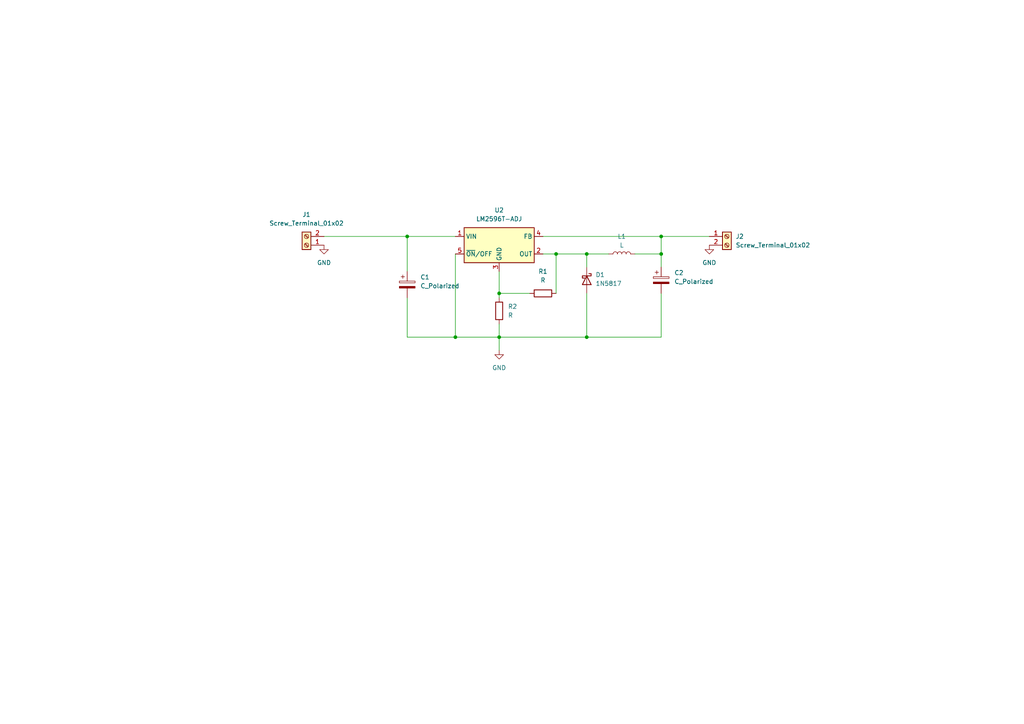
<source format=kicad_sch>
(kicad_sch (version 20230121) (generator eeschema)
  (paper "A4")
  (lib_symbols
    (symbol "Connector:Screw_Terminal_01x02" (pin_names (offset 1.016) hide)
      (property "Reference" "J" (at 0 2.54 0))
      (property "Value" "Screw_Terminal_01x02" (at 0 -5.08 0))
      (symbol "Screw_Terminal_01x02_1_1"
        (rectangle (start -1.27 1.27) (end 1.27 -3.81) (stroke (width 0.254)) (fill (type background)))
        (circle (center 0 -2.54) (radius 0.635) (stroke (width 0.1524)))
        (polyline (pts (xy -0.5334 -2.2098) (xy 0.3302 -3.048)) (stroke (width 0.1524)))
        (polyline (pts (xy -0.5334 0.3302) (xy 0.3302 -0.508)) (stroke (width 0.1524)))
        (polyline (pts (xy -0.3556 -2.032) (xy 0.508 -2.8702)) (stroke (width 0.1524)))
        (polyline (pts (xy -0.3556 0.508) (xy 0.508 -0.3302)) (stroke (width 0.1524)))
        (circle (center 0 0) (radius 0.635) (stroke (width 0.1524)))
        (pin passive line (at -5.08 0 0) (length 3.81) (name "Pin_1") (number "1"))
        (pin passive line (at -5.08 -2.54 0) (length 3.81) (name "Pin_2") (number "2"))
      )
    )
    (symbol "Device:C_Polarized" (pin_numbers hide) (pin_names (offset 0.254))
      (property "Reference" "C" (at 0.635 2.54 0))
      (property "Value" "C_Polarized" (at 0.635 -2.54 0))
      (symbol "C_Polarized_0_1"
        (rectangle (start -2.286 0.508) (end 2.286 1.016))
        (polyline (pts (xy -1.778 2.286) (xy -0.762 2.286)))
        (polyline (pts (xy -1.27 2.794) (xy -1.27 1.778)))
        (rectangle (start 2.286 -0.508) (end -2.286 -1.016) (fill (type outline)))
      )
      (symbol "C_Polarized_1_1"
        (pin passive line (at 0 3.81 270) (length 2.794) (name "~") (number "1"))
        (pin passive line (at 0 -3.81 90) (length 2.794) (name "~") (number "2"))
      )
    )
    (symbol "Device:L" (pin_numbers hide) (pin_names (offset 1.016) hide)
      (property "Reference" "L" (at -1.27 0 90))
      (property "Value" "L" (at 1.905 0 90))
      (symbol "L_0_1"
        (arc (start 0 -2.54) (mid 0.6323 -1.905) (end 0 -1.27))
        (arc (start 0 -1.27) (mid 0.6323 -0.635) (end 0 0))
        (arc (start 0 0) (mid 0.6323 0.635) (end 0 1.27))
        (arc (start 0 1.27) (mid 0.6323 1.905) (end 0 2.54))
      )
      (symbol "L_1_1"
        (pin passive line (at 0 3.81 270) (length 1.27) (name "1") (number "1"))
        (pin passive line (at 0 -3.81 90) (length 1.27) (name "2") (number "2"))
      )
    )
    (symbol "Device:R" (pin_numbers hide) (pin_names (offset 0))
      (property "Reference" "R" (at 2.032 0 90))
      (property "Value" "R" (at 0 0 90))
      (symbol "R_0_1"
        (rectangle (start -1.016 -2.54) (end 1.016 2.54) (stroke (width 0.254)))
      )
      (symbol "R_1_1"
        (pin passive line (at 0 3.81 270) (length 1.27) (name "~") (number "1"))
        (pin passive line (at 0 -3.81 90) (length 1.27) (name "~") (number "2"))
      )
    )
    (symbol "Diode:1N5817" (pin_numbers hide) (pin_names (offset 1.016) hide)
      (property "Reference" "D" (at 0 2.54 0))
      (property "Value" "1N5817" (at 0 -2.54 0))
      (symbol "1N5817_0_1"
        (polyline (pts (xy 1.27 0) (xy -1.27 0)))
        (polyline (pts (xy 1.27 1.27) (xy 1.27 -1.27) (xy -1.27 0) (xy 1.27 1.27)) (stroke (width 0.254)))
        (polyline (pts (xy -1.905 0.635) (xy -1.905 1.27) (xy -1.27 1.27) (xy -1.27 -1.27) (xy -0.635 -1.27) (xy -0.635 -0.635)) (stroke (width 0.254)))
      )
      (symbol "1N5817_1_1"
        (pin passive line (at -3.81 0 0) (length 2.54) (name "K") (number "1"))
        (pin passive line (at 3.81 0 180) (length 2.54) (name "A") (number "2"))
      )
    )
    (symbol "Regulator_Switching:LM2596T-ADJ"
      (property "Reference" "U" (at -10.16 6.35 0))
      (property "Value" "LM2596T-ADJ" (at 0 6.35 0))
      (symbol "LM2596T-ADJ_0_1"
        (rectangle (start -10.16 5.08) (end 10.16 -5.08) (stroke (width 0.254)) (fill (type background)))
      )
      (symbol "LM2596T-ADJ_1_1"
        (pin power_in line (at -12.7 2.54 0) (length 2.54) (name "VIN") (number "1"))
        (pin output line (at 12.7 -2.54 180) (length 2.54) (name "OUT") (number "2"))
        (pin power_in line (at 0 -7.62 90) (length 2.54) (name "GND") (number "3"))
        (pin input line (at 12.7 2.54 180) (length 2.54) (name "FB") (number "4"))
        (pin input line (at -12.7 -2.54 0) (length 2.54) (name "~{ON}/OFF") (number "5"))
      )
    )
    (symbol "power:GND" (power) (pin_names (offset 0))
      (property "Value" "GND" (at 0 -3.81 0))
      (symbol "GND_0_1"
        (polyline (pts (xy 0 0) (xy 0 -1.27) (xy 1.27 -1.27) (xy 0 -2.54) (xy -1.27 -1.27) (xy 0 -1.27)))
      )
      (symbol "GND_1_1"
        (pin power_in line (at 0 0 270) (length 0) hide (name "GND") (number "1"))
      )
    )
  )
  (junction (at 170.18 97.79))
  (junction (at 132.08 97.79))
  (junction (at 144.78 97.79))
  (junction (at 161.29 73.66))
  (junction (at 118.11 68.58))
  (junction (at 170.18 73.66))
  (junction (at 191.77 73.66))
  (junction (at 144.78 85.09))
  (junction (at 191.77 68.58))
  (wire (pts (xy 157.48 73.66) (xy 161.29 73.66)))
  (wire (pts (xy 184.15 73.66) (xy 191.77 73.66)))
  (wire (pts (xy 191.77 68.58) (xy 191.77 73.66)))
  (wire (pts (xy 118.11 86.36) (xy 118.11 97.79)))
  (wire (pts (xy 144.78 93.98) (xy 144.78 97.79)))
  (wire (pts (xy 118.11 97.79) (xy 132.08 97.79)))
  (wire (pts (xy 191.77 73.66) (xy 191.77 77.47)))
  (wire (pts (xy 170.18 77.47) (xy 170.18 73.66)))
  (wire (pts (xy 93.98 68.58) (xy 118.11 68.58)))
  (wire (pts (xy 144.78 78.74) (xy 144.78 85.09)))
  (wire (pts (xy 157.48 68.58) (xy 191.77 68.58)))
  (wire (pts (xy 118.11 68.58) (xy 132.08 68.58)))
  (wire (pts (xy 191.77 85.09) (xy 191.77 97.79)))
  (wire (pts (xy 170.18 85.09) (xy 170.18 97.79)))
  (wire (pts (xy 144.78 97.79) (xy 144.78 101.6)))
  (wire (pts (xy 144.78 85.09) (xy 144.78 86.36)))
  (wire (pts (xy 191.77 97.79) (xy 170.18 97.79)))
  (wire (pts (xy 191.77 68.58) (xy 205.74 68.58)))
  (wire (pts (xy 118.11 68.58) (xy 118.11 78.74)))
  (wire (pts (xy 161.29 73.66) (xy 170.18 73.66)))
  (wire (pts (xy 144.78 85.09) (xy 153.67 85.09)))
  (wire (pts (xy 132.08 97.79) (xy 144.78 97.79)))
  (wire (pts (xy 132.08 73.66) (xy 132.08 97.79)))
  (wire (pts (xy 170.18 97.79) (xy 144.78 97.79)))
  (wire (pts (xy 170.18 73.66) (xy 176.53 73.66)))
  (wire (pts (xy 161.29 73.66) (xy 161.29 85.09)))
  (symbol (lib_id "power:GND") (at 144.78 101.6 0) (unit 1)
    (property "Reference" "#PWR01" (effects hide))
    (property "Value" "GND" (at 144.78 106.68 0))
  )
  (symbol (lib_id "Device:R") (at 144.78 90.17 0) (unit 1)
    (property "Reference" "R2" (at 147.32 88.9 0) (effects (justify left)))
    (property "Value" "R" (at 147.32 91.44 0) (effects (justify left)))
    (property "Footprint" "Resistor_THT:R_Axial_DIN0204_L3.6mm_D1.6mm_P7.62mm_Horizontal" (effects hide))
  )
  (symbol (lib_id "Device:L") (at 180.34 73.66 90) (unit 1)
    (property "Reference" "L1" (at 180.34 68.58 90))
    (property "Value" "L" (at 180.34 71.12 90))
    (property "Footprint" "Inductor_THT:L_Axial_L5.3mm_D2.2mm_P2.54mm_Vertical_Vishay_IM-1" (effects hide))
  )
  (symbol (lib_id "Device:C_Polarized") (at 191.77 81.28 0) (unit 1)
    (property "Reference" "C2" (at 195.58 79.121 0) (effects (justify left)))
    (property "Value" "C_Polarized" (at 195.58 81.661 0) (effects (justify left)))
    (property "Footprint" "Capacitor_THT:CP_Radial_D10.0mm_P3.80mm" (effects hide))
  )
  (symbol (lib_id "Connector:Screw_Terminal_01x02") (at 210.82 68.58 0) (unit 1)
    (property "Reference" "J2" (at 213.36 68.58 0) (effects (justify left)))
    (property "Value" "Screw_Terminal_01x02" (at 213.36 71.12 0) (effects (justify left)))
    (property "Footprint" "TerminalBlock_MetzConnect:TerminalBlock_MetzConnect_Type059_RT06302HBWC_1x02_P3.50mm_Horizontal" (effects hide))
  )
  (symbol (lib_id "power:GND") (at 93.98 71.12 0) (unit 1)
    (property "Reference" "#PWR02" (effects hide))
    (property "Value" "GND" (at 93.98 76.2 0))
  )
  (symbol (lib_id "Device:C_Polarized") (at 118.11 82.55 0) (unit 1)
    (property "Reference" "C1" (at 121.92 80.391 0) (effects (justify left)))
    (property "Value" "C_Polarized" (at 121.92 82.931 0) (effects (justify left)))
    (property "Footprint" "Capacitor_THT:CP_Radial_D10.0mm_P3.80mm" (effects hide))
  )
  (symbol (lib_id "Device:R") (at 157.48 85.09 90) (unit 1)
    (property "Reference" "R1" (at 157.48 78.74 90))
    (property "Value" "R" (at 157.48 81.28 90))
    (property "Footprint" "Resistor_THT:R_Axial_DIN0204_L3.6mm_D1.6mm_P7.62mm_Horizontal" (effects hide))
  )
  (symbol (lib_id "power:GND") (at 205.74 71.12 0) (unit 1)
    (property "Reference" "#PWR03" (effects hide))
    (property "Value" "GND" (at 205.74 76.2 0))
  )
  (symbol (lib_id "Regulator_Switching:LM2596T-ADJ") (at 144.78 71.12 0) (unit 1)
    (property "Reference" "U2" (at 144.78 60.96 0))
    (property "Value" "LM2596T-ADJ" (at 144.78 63.5 0))
    (property "Footprint" "Package_TO_SOT_THT:TO-220-5_P3.4x3.7mm_StaggerOdd_Lead3.8mm_Vertical" (effects hide))
    (property "Datasheet" "http://www.ti.com/lit/ds/symlink/lm2596.pdf" (effects hide))
  )
  (symbol (lib_id "Connector:Screw_Terminal_01x02") (at 88.9 71.12 180) (unit 1)
    (property "Reference" "J1" (at 88.9 62.23 0))
    (property "Value" "Screw_Terminal_01x02" (at 88.9 64.77 0))
    (property "Footprint" "TerminalBlock_MetzConnect:TerminalBlock_MetzConnect_Type059_RT06302HBWC_1x02_P3.50mm_Horizontal" (effects hide))
  )
  (symbol (lib_id "Diode:1N5817") (at 170.18 81.28 270) (unit 1)
    (property "Reference" "D1" (at 172.72 79.6925 90) (effects (justify left)))
    (property "Value" "1N5817" (at 172.72 82.2325 90) (effects (justify left)))
    (property "Footprint" "Diode_THT:D_DO-41_SOD81_P10.16mm_Horizontal" (effects hide))
    (property "Datasheet" "http://www.vishay.com/docs/88525/1n5817.pdf" (effects hide))
  )
)
</source>
